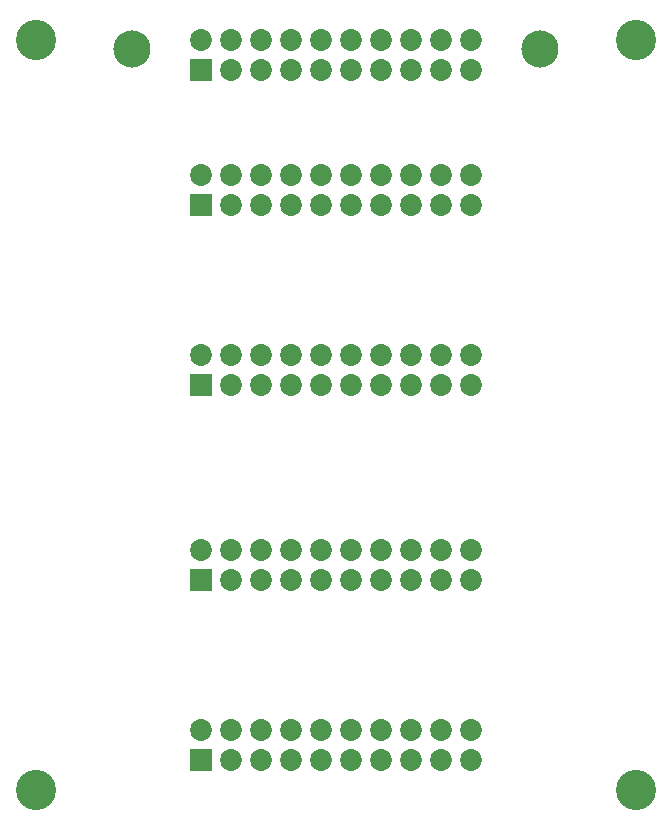
<source format=gbs>
G04 Output by ViewMate Deluxe V11.0.9  PentaLogix LLC*
G04 Tue Dec 09 15:41:15 2014*
%FSLAX33Y33*%
%MOMM*%
%IPPOS*%
%ADD13C,3.4036*%
%ADD100R,1.8542X1.8542*%
%ADD101C,1.8542*%
%ADD102C,3.1496*%

%LPD*%
X0Y0D2*D13*G1X56198Y4064D3*X56198Y67564D3*X5398Y67564D3*X5398Y4064D3*D100*X19368Y65024D3*X19368Y53594D3*X19368Y38354D3*X19368Y21844D3*X19368Y6604D3*D101*X42228Y6604D3*X42228Y9144D3*X39688Y9144D3*X39688Y6604D3*X37148Y6604D3*X37148Y9144D3*X34608Y9144D3*X34608Y6604D3*X32068Y6604D3*X32068Y9144D3*X29528Y9144D3*X29528Y6604D3*X26988Y6604D3*X26988Y9144D3*X24448Y9144D3*X24448Y6604D3*X21908Y6604D3*X21908Y9144D3*X19368Y9144D3*X19368Y24384D3*X21908Y21844D3*X21908Y24384D3*X24448Y24384D3*X24448Y21844D3*X26988Y21844D3*X26988Y24384D3*X29528Y24384D3*X29528Y21844D3*X32068Y21844D3*X32068Y24384D3*X34608Y24384D3*X34608Y21844D3*X37148Y21844D3*X37148Y24384D3*X39688Y24384D3*X39688Y21844D3*X42228Y21844D3*X42228Y24384D3*X42228Y38354D3*X42228Y40894D3*X39688Y40894D3*X39688Y38354D3*X37148Y38354D3*X37148Y40894D3*X34608Y40894D3*X34608Y38354D3*X32068Y38354D3*X32068Y40894D3*X29528Y40894D3*X29528Y38354D3*X26988Y38354D3*X26988Y40894D3*X24448Y40894D3*X24448Y38354D3*X21908Y38354D3*X21908Y40894D3*X19368Y40894D3*X19368Y56134D3*X21908Y53594D3*X21908Y56134D3*X24448Y56134D3*X24448Y53594D3*X26988Y53594D3*X26988Y56134D3*X29528Y56134D3*X29528Y53594D3*X32068Y53594D3*X32068Y56134D3*X34608Y56134D3*X34608Y53594D3*X37148Y53594D3*X37148Y56134D3*X39688Y56134D3*X39688Y53594D3*X42228Y53594D3*X42228Y56134D3*X42228Y65024D3*X42228Y67564D3*X39688Y67564D3*X39688Y65024D3*X37148Y65024D3*X37148Y67564D3*X34608Y67564D3*X34608Y65024D3*X32068Y65024D3*X32068Y67564D3*X29528Y67564D3*X29528Y65024D3*X26988Y65024D3*X26988Y67564D3*X24448Y67564D3*X24448Y65024D3*X21908Y65024D3*X21908Y67564D3*X19368Y67564D3*D102*X13551Y66827D3*X48044Y66827D3*X0Y0D2*M02*
</source>
